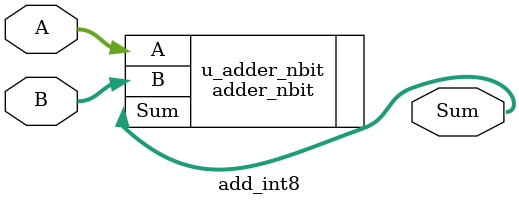
<source format=v>

module add_int8 #(
    parameter WIDTH = 8
)(
    input [WIDTH-1:0] A,
    input [WIDTH-1:0] B,
    output [WIDTH-1:0] Sum
);
    adder_nbit #(
        .WIDTH(WIDTH)
    ) u_adder_nbit (
        .A(A),
        .B(B),
        .Sum(Sum)
    );
endmodule

</source>
